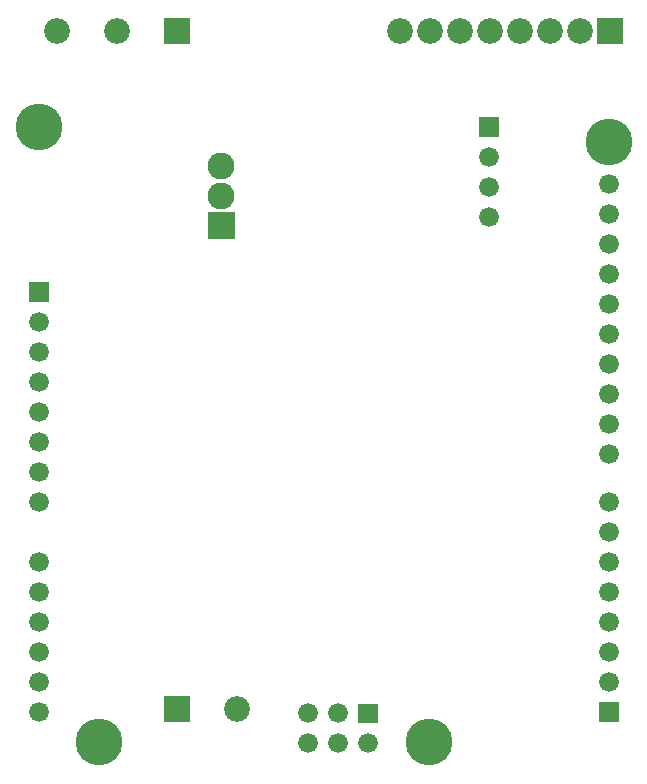
<source format=gbr>
G04 start of page 7 for group -4062 idx -4062 *
G04 Title: (unknown), soldermask *
G04 Creator: pcb 4.0.2 *
G04 CreationDate: Sat May 14 18:12:11 2022 UTC *
G04 For: railfan *
G04 Format: Gerber/RS-274X *
G04 PCB-Dimensions (mil): 3110.00 2710.00 *
G04 PCB-Coordinate-Origin: lower left *
%MOIN*%
%FSLAX25Y25*%
%LNBOTTOMMASK*%
%ADD53C,0.0900*%
%ADD52C,0.0860*%
%ADD51C,0.1560*%
%ADD50C,0.0660*%
%ADD49C,0.0001*%
G54D49*G36*
X197200Y23800D02*Y17200D01*
X203800D01*
Y23800D01*
X197200D01*
G37*
G54D50*X200500Y30500D03*
Y40500D03*
Y50500D03*
Y60500D03*
Y70500D03*
G54D51*X140500Y10500D03*
G54D50*X120300Y10000D03*
X110300D03*
X100300D03*
G54D49*G36*
X117000Y23300D02*Y16700D01*
X123600D01*
Y23300D01*
X117000D01*
G37*
G54D50*X110300Y20000D03*
X100300D03*
G54D49*G36*
X52200Y25800D02*Y17200D01*
X60800D01*
Y25800D01*
X52200D01*
G37*
G54D52*X76500Y21500D03*
G54D50*X10500Y130500D03*
Y120500D03*
Y110500D03*
Y100500D03*
G54D49*G36*
X7200Y163800D02*Y157200D01*
X13800D01*
Y163800D01*
X7200D01*
G37*
G54D50*X10500Y150500D03*
Y140500D03*
G54D51*Y215500D03*
G54D52*X16500Y247500D03*
G54D50*X10500Y90500D03*
Y70500D03*
Y60500D03*
Y50500D03*
Y40500D03*
Y30500D03*
Y20500D03*
G54D51*X30500Y10500D03*
G54D50*X200500Y80500D03*
Y90500D03*
Y106500D03*
Y116500D03*
Y126500D03*
Y136500D03*
Y146500D03*
Y156500D03*
Y166500D03*
Y176500D03*
Y186500D03*
Y196500D03*
G54D51*Y210500D03*
G54D49*G36*
X157200Y218800D02*Y212200D01*
X163800D01*
Y218800D01*
X157200D01*
G37*
G54D50*X160500Y205500D03*
Y195500D03*
G54D49*G36*
X196700Y251800D02*Y243200D01*
X205300D01*
Y251800D01*
X196700D01*
G37*
G54D52*X191000Y247500D03*
X181000D03*
X171000D03*
G54D50*X160500Y185500D03*
G54D52*X161000Y247500D03*
X151000D03*
X141000D03*
X131000D03*
G54D49*G36*
X52200Y251800D02*Y243200D01*
X60800D01*
Y251800D01*
X52200D01*
G37*
G54D52*X36500Y247500D03*
G54D53*X71373Y202627D03*
Y192627D03*
G54D49*G36*
X66873Y187127D02*Y178127D01*
X75873D01*
Y187127D01*
X66873D01*
G37*
M02*

</source>
